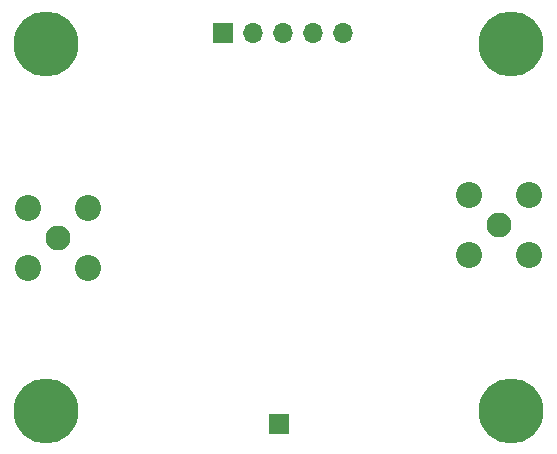
<source format=gbs>
G04 #@! TF.GenerationSoftware,KiCad,Pcbnew,8.0.9-1.fc41*
G04 #@! TF.CreationDate,2025-05-25T01:26:55-03:00*
G04 #@! TF.ProjectId,PA-circuit,50412d63-6972-4637-9569-742e6b696361,rev?*
G04 #@! TF.SameCoordinates,Original*
G04 #@! TF.FileFunction,Soldermask,Bot*
G04 #@! TF.FilePolarity,Negative*
%FSLAX46Y46*%
G04 Gerber Fmt 4.6, Leading zero omitted, Abs format (unit mm)*
G04 Created by KiCad (PCBNEW 8.0.9-1.fc41) date 2025-05-25 01:26:55*
%MOMM*%
%LPD*%
G01*
G04 APERTURE LIST*
%ADD10C,5.500000*%
%ADD11R,1.700000X1.700000*%
%ADD12O,1.700000X1.700000*%
%ADD13C,2.108200*%
%ADD14C,2.209800*%
G04 APERTURE END LIST*
D10*
X108798000Y-43000000D03*
X69398000Y-74084000D03*
D11*
X84438000Y-42084000D03*
D12*
X86978000Y-42084000D03*
X89518000Y-42084000D03*
X92058000Y-42084000D03*
X94598000Y-42084000D03*
D10*
X108798000Y-74084000D03*
D13*
X107768578Y-58390958D03*
D14*
X105228578Y-60930958D03*
X105228578Y-55850958D03*
X110308578Y-60930958D03*
X110308578Y-55850958D03*
D10*
X69398000Y-43000000D03*
D11*
X89171078Y-75204225D03*
D13*
X70442066Y-59463829D03*
D14*
X72982066Y-56923829D03*
X72982066Y-62003829D03*
X67902066Y-56923829D03*
X67902066Y-62003829D03*
M02*

</source>
